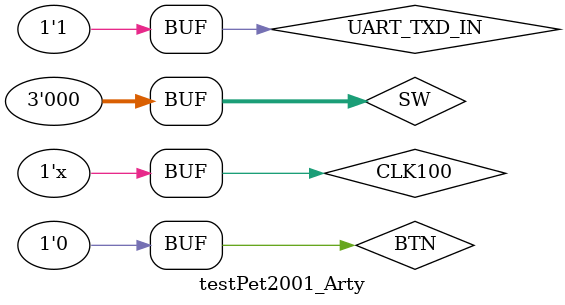
<source format=v>
`timescale 1ns / 1ps
module testPet2001_Arty;

    reg [2:0]  SW;
    reg        BTN;
    wire [1:0] CVID;
    reg        UART_TXD_IN;
    wire       UART_RXD_OUT;
    wire       LED;
    reg        CLK100;

    initial begin
        SW = 3'b000;
        BTN = 1'b0;
        UART_TXD_IN = 1'b1;
        CLK100 = 1'b0;
    end

    always #5.0 CLK100 = ~CLK100; // outboard clock 100Mhz

    // DUT
    Pet2001_Arty dut(.SW(SW),
                     .BTN(BTN),
                     .CVID(CVID),
                     .LED(LED),
                     .UART_TXD_IN(UART_TXD_IN),
                     .UART_RXD_OUT(UART_RXD_OUT),
                     .CLK(CLK100)
                  );
    
endmodule // testPet2001_Arty

</source>
